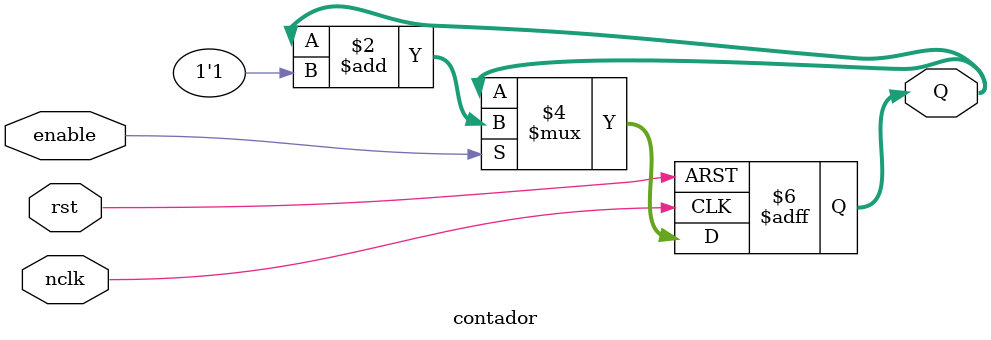
<source format=v>
`timescale 1ns / 1ps


module contador # (parameter n = 8)(
    input nclk,
    input rst,
    input enable,
    output reg [n-1:0] Q
    );
    
    always @(posedge rst, negedge nclk)
    begin
    if(rst)
        Q<={n{1'b0}};
    else
        if (enable)
            Q <= Q + 1'b1; 
        else
            Q<=Q;
    end
endmodule

</source>
